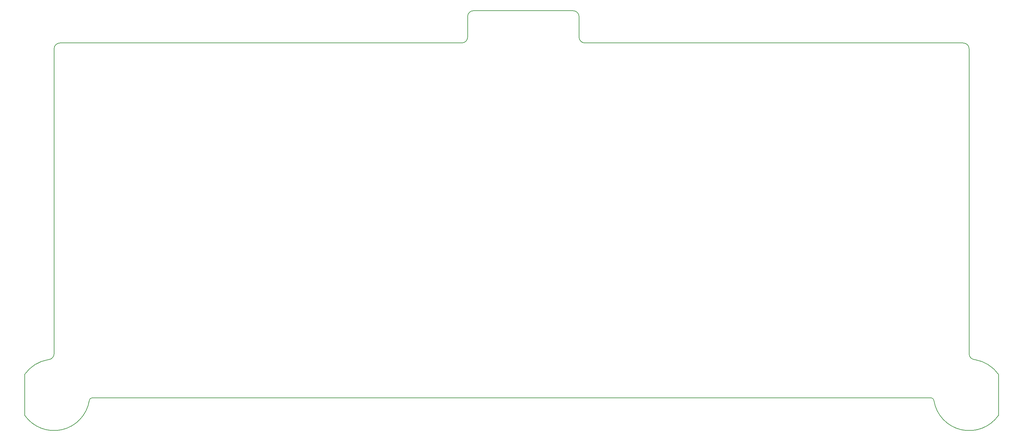
<source format=gm1>
G04 #@! TF.GenerationSoftware,KiCad,Pcbnew,(6.0.1-0)*
G04 #@! TF.CreationDate,2022-02-05T08:33:48-08:00*
G04 #@! TF.ProjectId,sketchy,736b6574-6368-4792-9e6b-696361645f70,1*
G04 #@! TF.SameCoordinates,Original*
G04 #@! TF.FileFunction,Profile,NP*
%FSLAX46Y46*%
G04 Gerber Fmt 4.6, Leading zero omitted, Abs format (unit mm)*
G04 Created by KiCad (PCBNEW (6.0.1-0)) date 2022-02-05 08:33:48*
%MOMM*%
%LPD*%
G01*
G04 APERTURE LIST*
G04 #@! TA.AperFunction,Profile*
%ADD10C,0.200000*%
G04 #@! TD*
G04 APERTURE END LIST*
D10*
X262731250Y-136525000D02*
G75*
G03*
X261937500Y-135731250I-793750J0D01*
G01*
X34925000Y-135731249D02*
G75*
G03*
X34131249Y-136525000I0J-793751D01*
G01*
X23018750Y-125412500D02*
G75*
G03*
X24606250Y-123825000I0J1587500D01*
G01*
X272256248Y-123825000D02*
G75*
G03*
X273843750Y-125412502I1587502J0D01*
G01*
X136525000Y-32543750D02*
X136525000Y-38100000D01*
X262731251Y-136525000D02*
G75*
G03*
X280193750Y-140493750I9540563J1576605D01*
G01*
X166687500Y-38100000D02*
X166687500Y-32543750D01*
X280193750Y-129381250D02*
X280193750Y-140493750D01*
X270668750Y-39687500D02*
X168275000Y-39687500D01*
X16668750Y-140493750D02*
G75*
G03*
X34131249Y-136525000I7918750J5559374D01*
G01*
X16668750Y-129381250D02*
X16668750Y-140493750D01*
X23018750Y-125412501D02*
G75*
G03*
X16668750Y-129381250I1499299J-9463255D01*
G01*
X138112500Y-30956250D02*
G75*
G03*
X136525000Y-32543750I0J-1587500D01*
G01*
X272256250Y-41275000D02*
X272256250Y-123825000D01*
X166687500Y-32543750D02*
G75*
G03*
X165100000Y-30956250I-1587500J0D01*
G01*
X134937500Y-39687500D02*
G75*
G03*
X136525000Y-38100000I0J1587500D01*
G01*
X261937500Y-135731250D02*
X34925000Y-135731249D01*
X134937500Y-39687500D02*
X26193750Y-39687500D01*
X24606250Y-41275000D02*
X24606250Y-123825000D01*
X26193750Y-39687500D02*
G75*
G03*
X24606250Y-41275000I0J-1587500D01*
G01*
X165100000Y-30956250D02*
X138112500Y-30956250D01*
X280193750Y-129381250D02*
G75*
G03*
X273843750Y-125412502I-7955547J-5664505D01*
G01*
X272256250Y-41275000D02*
G75*
G03*
X270668750Y-39687500I-1587500J0D01*
G01*
X166687500Y-38100000D02*
G75*
G03*
X168275000Y-39687500I1587500J0D01*
G01*
M02*

</source>
